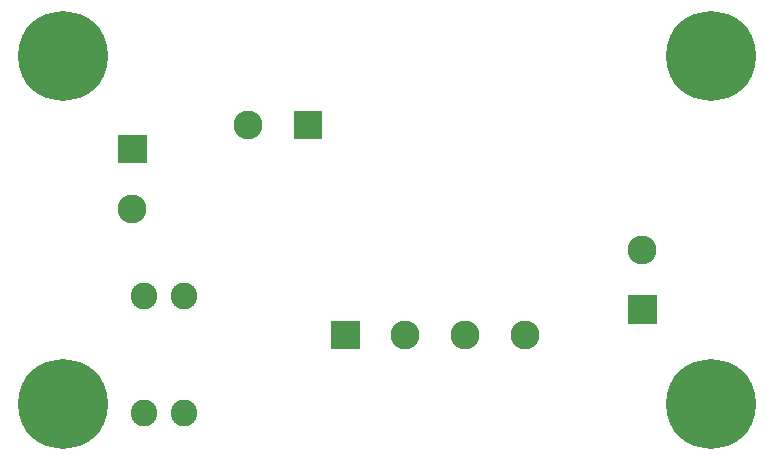
<source format=gbr>
G04 start of page 7 for group -4062 idx -4062 *
G04 Title: (unknown), soldermask *
G04 Creator: pcb 4.0.2 *
G04 CreationDate: Thu Apr 18 02:51:52 2019 UTC *
G04 For: ndholmes *
G04 Format: Gerber/RS-274X *
G04 PCB-Dimensions (mil): 2500.00 1500.00 *
G04 PCB-Coordinate-Origin: lower left *
%MOIN*%
%FSLAX25Y25*%
%LNBOTTOMMASK*%
%ADD45C,0.0960*%
%ADD44C,0.0890*%
%ADD43C,0.0001*%
%ADD42C,0.2997*%
G54D42*X17000Y17000D03*
G54D43*G36*
X106200Y44800D02*Y35200D01*
X115800D01*
Y44800D01*
X106200D01*
G37*
G54D44*X57200Y53000D03*
X43800D03*
X57200Y14000D03*
X43800D03*
G54D42*X233000Y133000D03*
Y17000D03*
G54D43*G36*
X205200Y53300D02*Y43700D01*
X214800D01*
Y53300D01*
X205200D01*
G37*
G54D45*X210000Y68500D03*
X131000Y40000D03*
G54D43*G36*
X93700Y114800D02*Y105200D01*
X103300D01*
Y114800D01*
X93700D01*
G37*
G54D45*X78500Y110000D03*
X151000Y40000D03*
X171000D03*
G54D42*X17000Y133000D03*
G54D43*G36*
X35200Y106800D02*Y97200D01*
X44800D01*
Y106800D01*
X35200D01*
G37*
G54D45*X40000Y82000D03*
M02*

</source>
